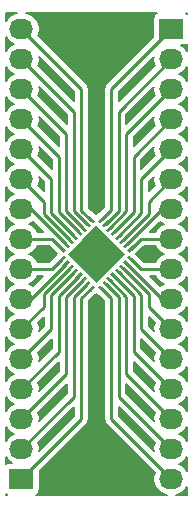
<source format=gbr>
G04 #@! TF.FileFunction,Copper,L2,Bot,Signal*
%FSLAX46Y46*%
G04 Gerber Fmt 4.6, Leading zero omitted, Abs format (unit mm)*
G04 Created by KiCad (PCBNEW 4.0.3-stable) date 08/19/16 15:45:01*
%MOMM*%
%LPD*%
G01*
G04 APERTURE LIST*
%ADD10C,0.100000*%
%ADD11R,2.032000X1.727200*%
%ADD12O,2.032000X1.727200*%
%ADD13C,0.250000*%
%ADD14C,0.200000*%
G04 APERTURE END LIST*
D10*
G36*
X142891282Y-106140369D02*
X142714505Y-105963592D01*
X143209480Y-105468617D01*
X143386257Y-105645394D01*
X142891282Y-106140369D01*
X142891282Y-106140369D01*
G37*
G36*
X142537728Y-105786816D02*
X142360951Y-105610039D01*
X142855926Y-105115064D01*
X143032703Y-105291841D01*
X142537728Y-105786816D01*
X142537728Y-105786816D01*
G37*
G36*
X142184175Y-105433262D02*
X142007398Y-105256485D01*
X142502373Y-104761510D01*
X142679150Y-104938287D01*
X142184175Y-105433262D01*
X142184175Y-105433262D01*
G37*
G36*
X141830621Y-105079709D02*
X141653844Y-104902932D01*
X142148819Y-104407957D01*
X142325596Y-104584734D01*
X141830621Y-105079709D01*
X141830621Y-105079709D01*
G37*
G36*
X141477068Y-104726156D02*
X141300291Y-104549379D01*
X141795266Y-104054404D01*
X141972043Y-104231181D01*
X141477068Y-104726156D01*
X141477068Y-104726156D01*
G37*
G36*
X141123515Y-104372602D02*
X140946738Y-104195825D01*
X141441713Y-103700850D01*
X141618490Y-103877627D01*
X141123515Y-104372602D01*
X141123515Y-104372602D01*
G37*
G36*
X140769961Y-104019049D02*
X140593184Y-103842272D01*
X141088159Y-103347297D01*
X141264936Y-103524074D01*
X140769961Y-104019049D01*
X140769961Y-104019049D01*
G37*
G36*
X140416408Y-103665495D02*
X140239631Y-103488718D01*
X140734606Y-102993743D01*
X140911383Y-103170520D01*
X140416408Y-103665495D01*
X140416408Y-103665495D01*
G37*
G36*
X140239631Y-102251282D02*
X140416408Y-102074505D01*
X140911383Y-102569480D01*
X140734606Y-102746257D01*
X140239631Y-102251282D01*
X140239631Y-102251282D01*
G37*
G36*
X140593184Y-101897728D02*
X140769961Y-101720951D01*
X141264936Y-102215926D01*
X141088159Y-102392703D01*
X140593184Y-101897728D01*
X140593184Y-101897728D01*
G37*
G36*
X140946738Y-101544175D02*
X141123515Y-101367398D01*
X141618490Y-101862373D01*
X141441713Y-102039150D01*
X140946738Y-101544175D01*
X140946738Y-101544175D01*
G37*
G36*
X141300291Y-101190621D02*
X141477068Y-101013844D01*
X141972043Y-101508819D01*
X141795266Y-101685596D01*
X141300291Y-101190621D01*
X141300291Y-101190621D01*
G37*
G36*
X141653844Y-100837068D02*
X141830621Y-100660291D01*
X142325596Y-101155266D01*
X142148819Y-101332043D01*
X141653844Y-100837068D01*
X141653844Y-100837068D01*
G37*
G36*
X142007398Y-100483515D02*
X142184175Y-100306738D01*
X142679150Y-100801713D01*
X142502373Y-100978490D01*
X142007398Y-100483515D01*
X142007398Y-100483515D01*
G37*
G36*
X142360951Y-100129961D02*
X142537728Y-99953184D01*
X143032703Y-100448159D01*
X142855926Y-100624936D01*
X142360951Y-100129961D01*
X142360951Y-100129961D01*
G37*
G36*
X142714505Y-99776408D02*
X142891282Y-99599631D01*
X143386257Y-100094606D01*
X143209480Y-100271383D01*
X142714505Y-99776408D01*
X142714505Y-99776408D01*
G37*
G36*
X143810520Y-100271383D02*
X143633743Y-100094606D01*
X144128718Y-99599631D01*
X144305495Y-99776408D01*
X143810520Y-100271383D01*
X143810520Y-100271383D01*
G37*
G36*
X144164074Y-100624936D02*
X143987297Y-100448159D01*
X144482272Y-99953184D01*
X144659049Y-100129961D01*
X144164074Y-100624936D01*
X144164074Y-100624936D01*
G37*
G36*
X144517627Y-100978490D02*
X144340850Y-100801713D01*
X144835825Y-100306738D01*
X145012602Y-100483515D01*
X144517627Y-100978490D01*
X144517627Y-100978490D01*
G37*
G36*
X144871181Y-101332043D02*
X144694404Y-101155266D01*
X145189379Y-100660291D01*
X145366156Y-100837068D01*
X144871181Y-101332043D01*
X144871181Y-101332043D01*
G37*
G36*
X145224734Y-101685596D02*
X145047957Y-101508819D01*
X145542932Y-101013844D01*
X145719709Y-101190621D01*
X145224734Y-101685596D01*
X145224734Y-101685596D01*
G37*
G36*
X145578287Y-102039150D02*
X145401510Y-101862373D01*
X145896485Y-101367398D01*
X146073262Y-101544175D01*
X145578287Y-102039150D01*
X145578287Y-102039150D01*
G37*
G36*
X145931841Y-102392703D02*
X145755064Y-102215926D01*
X146250039Y-101720951D01*
X146426816Y-101897728D01*
X145931841Y-102392703D01*
X145931841Y-102392703D01*
G37*
G36*
X146285394Y-102746257D02*
X146108617Y-102569480D01*
X146603592Y-102074505D01*
X146780369Y-102251282D01*
X146285394Y-102746257D01*
X146285394Y-102746257D01*
G37*
G36*
X146108617Y-103170520D02*
X146285394Y-102993743D01*
X146780369Y-103488718D01*
X146603592Y-103665495D01*
X146108617Y-103170520D01*
X146108617Y-103170520D01*
G37*
G36*
X145755064Y-103524074D02*
X145931841Y-103347297D01*
X146426816Y-103842272D01*
X146250039Y-104019049D01*
X145755064Y-103524074D01*
X145755064Y-103524074D01*
G37*
G36*
X145401510Y-103877627D02*
X145578287Y-103700850D01*
X146073262Y-104195825D01*
X145896485Y-104372602D01*
X145401510Y-103877627D01*
X145401510Y-103877627D01*
G37*
G36*
X145047957Y-104231181D02*
X145224734Y-104054404D01*
X145719709Y-104549379D01*
X145542932Y-104726156D01*
X145047957Y-104231181D01*
X145047957Y-104231181D01*
G37*
G36*
X144694404Y-104584734D02*
X144871181Y-104407957D01*
X145366156Y-104902932D01*
X145189379Y-105079709D01*
X144694404Y-104584734D01*
X144694404Y-104584734D01*
G37*
G36*
X144340850Y-104938287D02*
X144517627Y-104761510D01*
X145012602Y-105256485D01*
X144835825Y-105433262D01*
X144340850Y-104938287D01*
X144340850Y-104938287D01*
G37*
G36*
X143987297Y-105291841D02*
X144164074Y-105115064D01*
X144659049Y-105610039D01*
X144482272Y-105786816D01*
X143987297Y-105291841D01*
X143987297Y-105291841D01*
G37*
G36*
X143633743Y-105645394D02*
X143810520Y-105468617D01*
X144305495Y-105963592D01*
X144128718Y-106140369D01*
X143633743Y-105645394D01*
X143633743Y-105645394D01*
G37*
G36*
X143510000Y-102870000D02*
X142290241Y-101650241D01*
X143510000Y-100430482D01*
X144729759Y-101650241D01*
X143510000Y-102870000D01*
X143510000Y-102870000D01*
G37*
G36*
X144729759Y-104089759D02*
X143510000Y-102870000D01*
X144729759Y-101650241D01*
X145949518Y-102870000D01*
X144729759Y-104089759D01*
X144729759Y-104089759D01*
G37*
G36*
X142290241Y-104089759D02*
X141070482Y-102870000D01*
X142290241Y-101650241D01*
X143510000Y-102870000D01*
X142290241Y-104089759D01*
X142290241Y-104089759D01*
G37*
G36*
X143510000Y-105309518D02*
X142290241Y-104089759D01*
X143510000Y-102870000D01*
X144729759Y-104089759D01*
X143510000Y-105309518D01*
X143510000Y-105309518D01*
G37*
D11*
X149860000Y-83820000D03*
D12*
X149860000Y-86360000D03*
X149860000Y-88900000D03*
X149860000Y-91440000D03*
X149860000Y-93980000D03*
X149860000Y-96520000D03*
X149860000Y-99060000D03*
X149860000Y-101600000D03*
X149860000Y-104140000D03*
X149860000Y-106680000D03*
X149860000Y-109220000D03*
X149860000Y-111760000D03*
X149860000Y-114300000D03*
X149860000Y-116840000D03*
X149860000Y-119380000D03*
X149860000Y-121920000D03*
D11*
X137160000Y-121920000D03*
D12*
X137160000Y-119380000D03*
X137160000Y-116840000D03*
X137160000Y-114300000D03*
X137160000Y-111760000D03*
X137160000Y-109220000D03*
X137160000Y-106680000D03*
X137160000Y-104140000D03*
X137160000Y-101600000D03*
X137160000Y-99060000D03*
X137160000Y-96520000D03*
X137160000Y-93980000D03*
X137160000Y-91440000D03*
X137160000Y-88900000D03*
X137160000Y-86360000D03*
X137160000Y-83820000D03*
D13*
X143050381Y-105804493D02*
X142240000Y-106614874D01*
X142240000Y-116840000D02*
X137160000Y-121920000D01*
X142240000Y-106614874D02*
X142240000Y-116840000D01*
X142696827Y-105450940D02*
X141605000Y-106542767D01*
X141605000Y-114935000D02*
X137160000Y-119380000D01*
X141605000Y-106542767D02*
X141605000Y-114935000D01*
X142343274Y-105097386D02*
X140970000Y-106470660D01*
X140970000Y-113030000D02*
X137160000Y-116840000D01*
X140970000Y-106470660D02*
X140970000Y-113030000D01*
X141989720Y-104743833D02*
X140335000Y-106398553D01*
X140335000Y-111125000D02*
X137160000Y-114300000D01*
X140335000Y-106398553D02*
X140335000Y-111125000D01*
X141636167Y-104390280D02*
X139700000Y-106326447D01*
X139700000Y-109220000D02*
X137160000Y-111760000D01*
X139700000Y-106326447D02*
X139700000Y-109220000D01*
X137160000Y-109220000D02*
X139065000Y-107315000D01*
X139065000Y-106254340D02*
X141282614Y-104036726D01*
X139065000Y-107315000D02*
X139065000Y-106254340D01*
X140929060Y-103683173D02*
X137932233Y-106680000D01*
X137932233Y-106680000D02*
X137160000Y-106680000D01*
X137160000Y-104140000D02*
X139765126Y-104140000D01*
X139765126Y-104140000D02*
X140575507Y-103329619D01*
X140575507Y-102410381D02*
X139765126Y-101600000D01*
X139765126Y-101600000D02*
X137160000Y-101600000D01*
X140929060Y-102056827D02*
X137932233Y-99060000D01*
X137932233Y-99060000D02*
X137160000Y-99060000D01*
X141282614Y-101703274D02*
X139065000Y-99485660D01*
X139065000Y-98425000D02*
X137160000Y-96520000D01*
X139065000Y-99485660D02*
X139065000Y-98425000D01*
X137160000Y-93980000D02*
X139700000Y-96520000D01*
X139700000Y-99413553D02*
X141636167Y-101349720D01*
X139700000Y-96520000D02*
X139700000Y-99413553D01*
X137160000Y-91440000D02*
X140335000Y-94615000D01*
X140335000Y-99341447D02*
X141989720Y-100996167D01*
X140335000Y-94615000D02*
X140335000Y-99341447D01*
X137160000Y-88900000D02*
X140970000Y-92710000D01*
X140970000Y-99269340D02*
X142343274Y-100642614D01*
X140970000Y-92710000D02*
X140970000Y-99269340D01*
X137160000Y-86360000D02*
X141605000Y-90805000D01*
X141605000Y-99197233D02*
X142696827Y-100289060D01*
X141605000Y-90805000D02*
X141605000Y-99197233D01*
X137160000Y-83820000D02*
X142240000Y-88900000D01*
X142240000Y-99195835D02*
X143015026Y-99970861D01*
X142240000Y-88900000D02*
X142240000Y-99195835D01*
X143015026Y-99970861D02*
X143050381Y-99935507D01*
X143969619Y-99935507D02*
X144780000Y-99125126D01*
X144780000Y-88900000D02*
X149860000Y-83820000D01*
X144780000Y-99125126D02*
X144780000Y-88900000D01*
X144323173Y-100289060D02*
X145415000Y-99197233D01*
X145415000Y-90805000D02*
X149860000Y-86360000D01*
X145415000Y-99197233D02*
X145415000Y-90805000D01*
X144676726Y-100642614D02*
X146050000Y-99269340D01*
X146050000Y-92710000D02*
X149860000Y-88900000D01*
X146050000Y-99269340D02*
X146050000Y-92710000D01*
X145030280Y-100996167D02*
X146685000Y-99341447D01*
X146685000Y-94615000D02*
X149860000Y-91440000D01*
X146685000Y-99341447D02*
X146685000Y-94615000D01*
X145383833Y-101349720D02*
X147320000Y-99413553D01*
X147320000Y-96520000D02*
X149860000Y-93980000D01*
X147320000Y-99413553D02*
X147320000Y-96520000D01*
X145737386Y-101703274D02*
X147955000Y-99485660D01*
X147955000Y-98425000D02*
X149860000Y-96520000D01*
X147955000Y-99485660D02*
X147955000Y-98425000D01*
X146090940Y-102056827D02*
X149087767Y-99060000D01*
X149087767Y-99060000D02*
X149860000Y-99060000D01*
X146444493Y-102410381D02*
X147254874Y-101600000D01*
X147254874Y-101600000D02*
X149860000Y-101600000D01*
X146444493Y-103329619D02*
X147254874Y-104140000D01*
X147254874Y-104140000D02*
X149860000Y-104140000D01*
X146090940Y-103683173D02*
X149087767Y-106680000D01*
X149087767Y-106680000D02*
X149860000Y-106680000D01*
X145737386Y-104036726D02*
X147955000Y-106254340D01*
X147955000Y-107315000D02*
X149860000Y-109220000D01*
X147955000Y-106254340D02*
X147955000Y-107315000D01*
X145383833Y-104390280D02*
X147320000Y-106326447D01*
X147320000Y-109220000D02*
X149860000Y-111760000D01*
X147320000Y-106326447D02*
X147320000Y-109220000D01*
X145030280Y-104743833D02*
X146685000Y-106398553D01*
X146685000Y-111125000D02*
X149860000Y-114300000D01*
X146685000Y-106398553D02*
X146685000Y-111125000D01*
X144676726Y-105097386D02*
X146050000Y-106470660D01*
X146050000Y-113030000D02*
X149860000Y-116840000D01*
X146050000Y-106470660D02*
X146050000Y-113030000D01*
X144323173Y-105450940D02*
X145415000Y-106542767D01*
X145415000Y-114935000D02*
X149860000Y-119380000D01*
X145415000Y-106542767D02*
X145415000Y-114935000D01*
X143969619Y-105804493D02*
X144780000Y-106614874D01*
X144780000Y-116840000D02*
X149860000Y-121920000D01*
X144780000Y-106614874D02*
X144780000Y-116840000D01*
X144004974Y-105769139D02*
X143969619Y-105804493D01*
D14*
G36*
X151190000Y-123250000D02*
X150211018Y-123250000D01*
X150563927Y-123179802D01*
X151006311Y-122884211D01*
X151190000Y-122609300D01*
X151190000Y-123250000D01*
X151190000Y-123250000D01*
G37*
X151190000Y-123250000D02*
X150211018Y-123250000D01*
X150563927Y-123179802D01*
X151006311Y-122884211D01*
X151190000Y-122609300D01*
X151190000Y-123250000D01*
G36*
X143768238Y-106500849D02*
X143811976Y-106530734D01*
X144155000Y-106873758D01*
X144155000Y-116840000D01*
X144202575Y-117079177D01*
X144338058Y-117281942D01*
X148432594Y-121376478D01*
X148418098Y-121398173D01*
X148314300Y-121920000D01*
X148418098Y-122441827D01*
X148713689Y-122884211D01*
X149156073Y-123179802D01*
X149508982Y-123250000D01*
X138374546Y-123250000D01*
X138531465Y-123149025D01*
X138645630Y-122981939D01*
X138685795Y-122783600D01*
X138685795Y-121278089D01*
X142681942Y-117281942D01*
X142817425Y-117079177D01*
X142865000Y-116840000D01*
X142865000Y-106873758D01*
X143210632Y-106528126D01*
X143251762Y-106500849D01*
X143510000Y-106242611D01*
X143768238Y-106500849D01*
X143768238Y-106500849D01*
G37*
X143768238Y-106500849D02*
X143811976Y-106530734D01*
X144155000Y-106873758D01*
X144155000Y-116840000D01*
X144202575Y-117079177D01*
X144338058Y-117281942D01*
X148432594Y-121376478D01*
X148418098Y-121398173D01*
X148314300Y-121920000D01*
X148418098Y-122441827D01*
X148713689Y-122884211D01*
X149156073Y-123179802D01*
X149508982Y-123250000D01*
X138374546Y-123250000D01*
X138531465Y-123149025D01*
X138645630Y-122981939D01*
X138685795Y-122783600D01*
X138685795Y-121278089D01*
X142681942Y-117281942D01*
X142817425Y-117079177D01*
X142865000Y-116840000D01*
X142865000Y-106873758D01*
X143210632Y-106528126D01*
X143251762Y-106500849D01*
X143510000Y-106242611D01*
X143768238Y-106500849D01*
G36*
X135940934Y-123250000D02*
X135830000Y-123250000D01*
X135830000Y-123174202D01*
X135940934Y-123250000D01*
X135940934Y-123250000D01*
G37*
X135940934Y-123250000D02*
X135830000Y-123250000D01*
X135830000Y-123174202D01*
X135940934Y-123250000D01*
G36*
X151190000Y-121230700D02*
X151006311Y-120955789D01*
X150563927Y-120660198D01*
X150512658Y-120650000D01*
X150563927Y-120639802D01*
X151006311Y-120344211D01*
X151190000Y-120069300D01*
X151190000Y-121230700D01*
X151190000Y-121230700D01*
G37*
X151190000Y-121230700D02*
X151006311Y-120955789D01*
X150563927Y-120660198D01*
X150512658Y-120650000D01*
X150563927Y-120639802D01*
X151006311Y-120344211D01*
X151190000Y-120069300D01*
X151190000Y-121230700D01*
G36*
X136013689Y-120344211D02*
X136316594Y-120546605D01*
X136144000Y-120546605D01*
X135958711Y-120581469D01*
X135830000Y-120664293D01*
X135830000Y-120069300D01*
X136013689Y-120344211D01*
X136013689Y-120344211D01*
G37*
X136013689Y-120344211D02*
X136316594Y-120546605D01*
X136144000Y-120546605D01*
X135958711Y-120581469D01*
X135830000Y-120664293D01*
X135830000Y-120069300D01*
X136013689Y-120344211D01*
G36*
X141615000Y-116581116D02*
X138678283Y-119517833D01*
X138705700Y-119380000D01*
X138601902Y-118858173D01*
X138587406Y-118836478D01*
X141615000Y-115808884D01*
X141615000Y-116581116D01*
X141615000Y-116581116D01*
G37*
X141615000Y-116581116D02*
X138678283Y-119517833D01*
X138705700Y-119380000D01*
X138601902Y-118858173D01*
X138587406Y-118836478D01*
X141615000Y-115808884D01*
X141615000Y-116581116D01*
G36*
X148432594Y-118836478D02*
X148418098Y-118858173D01*
X148314300Y-119380000D01*
X148341717Y-119517833D01*
X145405000Y-116581116D01*
X145405000Y-115808884D01*
X148432594Y-118836478D01*
X148432594Y-118836478D01*
G37*
X148432594Y-118836478D02*
X148418098Y-118858173D01*
X148314300Y-119380000D01*
X148341717Y-119517833D01*
X145405000Y-116581116D01*
X145405000Y-115808884D01*
X148432594Y-118836478D01*
G36*
X136013689Y-117804211D02*
X136456073Y-118099802D01*
X136507342Y-118110000D01*
X136456073Y-118120198D01*
X136013689Y-118415789D01*
X135830000Y-118690700D01*
X135830000Y-117529300D01*
X136013689Y-117804211D01*
X136013689Y-117804211D01*
G37*
X136013689Y-117804211D02*
X136456073Y-118099802D01*
X136507342Y-118110000D01*
X136456073Y-118120198D01*
X136013689Y-118415789D01*
X135830000Y-118690700D01*
X135830000Y-117529300D01*
X136013689Y-117804211D01*
G36*
X151190000Y-118690700D02*
X151006311Y-118415789D01*
X150563927Y-118120198D01*
X150512658Y-118110000D01*
X150563927Y-118099802D01*
X151006311Y-117804211D01*
X151190000Y-117529300D01*
X151190000Y-118690700D01*
X151190000Y-118690700D01*
G37*
X151190000Y-118690700D02*
X151006311Y-118415789D01*
X150563927Y-118120198D01*
X150512658Y-118110000D01*
X150563927Y-118099802D01*
X151006311Y-117804211D01*
X151190000Y-117529300D01*
X151190000Y-118690700D01*
G36*
X140980000Y-114676116D02*
X138678283Y-116977833D01*
X138705700Y-116840000D01*
X138601902Y-116318173D01*
X138587406Y-116296478D01*
X140980000Y-113903884D01*
X140980000Y-114676116D01*
X140980000Y-114676116D01*
G37*
X140980000Y-114676116D02*
X138678283Y-116977833D01*
X138705700Y-116840000D01*
X138601902Y-116318173D01*
X138587406Y-116296478D01*
X140980000Y-113903884D01*
X140980000Y-114676116D01*
G36*
X148432594Y-116296478D02*
X148418098Y-116318173D01*
X148314300Y-116840000D01*
X148341717Y-116977833D01*
X146040000Y-114676116D01*
X146040000Y-113903884D01*
X148432594Y-116296478D01*
X148432594Y-116296478D01*
G37*
X148432594Y-116296478D02*
X148418098Y-116318173D01*
X148314300Y-116840000D01*
X148341717Y-116977833D01*
X146040000Y-114676116D01*
X146040000Y-113903884D01*
X148432594Y-116296478D01*
G36*
X136013689Y-115264211D02*
X136456073Y-115559802D01*
X136507342Y-115570000D01*
X136456073Y-115580198D01*
X136013689Y-115875789D01*
X135830000Y-116150700D01*
X135830000Y-114989300D01*
X136013689Y-115264211D01*
X136013689Y-115264211D01*
G37*
X136013689Y-115264211D02*
X136456073Y-115559802D01*
X136507342Y-115570000D01*
X136456073Y-115580198D01*
X136013689Y-115875789D01*
X135830000Y-116150700D01*
X135830000Y-114989300D01*
X136013689Y-115264211D01*
G36*
X151190000Y-116150700D02*
X151006311Y-115875789D01*
X150563927Y-115580198D01*
X150512658Y-115570000D01*
X150563927Y-115559802D01*
X151006311Y-115264211D01*
X151190000Y-114989300D01*
X151190000Y-116150700D01*
X151190000Y-116150700D01*
G37*
X151190000Y-116150700D02*
X151006311Y-115875789D01*
X150563927Y-115580198D01*
X150512658Y-115570000D01*
X150563927Y-115559802D01*
X151006311Y-115264211D01*
X151190000Y-114989300D01*
X151190000Y-116150700D01*
G36*
X140345000Y-112771116D02*
X138678283Y-114437833D01*
X138705700Y-114300000D01*
X138601902Y-113778173D01*
X138587406Y-113756478D01*
X140345000Y-111998884D01*
X140345000Y-112771116D01*
X140345000Y-112771116D01*
G37*
X140345000Y-112771116D02*
X138678283Y-114437833D01*
X138705700Y-114300000D01*
X138601902Y-113778173D01*
X138587406Y-113756478D01*
X140345000Y-111998884D01*
X140345000Y-112771116D01*
G36*
X148432594Y-113756478D02*
X148418098Y-113778173D01*
X148314300Y-114300000D01*
X148341717Y-114437833D01*
X146675000Y-112771116D01*
X146675000Y-111998884D01*
X148432594Y-113756478D01*
X148432594Y-113756478D01*
G37*
X148432594Y-113756478D02*
X148418098Y-113778173D01*
X148314300Y-114300000D01*
X148341717Y-114437833D01*
X146675000Y-112771116D01*
X146675000Y-111998884D01*
X148432594Y-113756478D01*
G36*
X136013689Y-112724211D02*
X136456073Y-113019802D01*
X136507342Y-113030000D01*
X136456073Y-113040198D01*
X136013689Y-113335789D01*
X135830000Y-113610700D01*
X135830000Y-112449300D01*
X136013689Y-112724211D01*
X136013689Y-112724211D01*
G37*
X136013689Y-112724211D02*
X136456073Y-113019802D01*
X136507342Y-113030000D01*
X136456073Y-113040198D01*
X136013689Y-113335789D01*
X135830000Y-113610700D01*
X135830000Y-112449300D01*
X136013689Y-112724211D01*
G36*
X151190000Y-113610700D02*
X151006311Y-113335789D01*
X150563927Y-113040198D01*
X150512658Y-113030000D01*
X150563927Y-113019802D01*
X151006311Y-112724211D01*
X151190000Y-112449300D01*
X151190000Y-113610700D01*
X151190000Y-113610700D01*
G37*
X151190000Y-113610700D02*
X151006311Y-113335789D01*
X150563927Y-113040198D01*
X150512658Y-113030000D01*
X150563927Y-113019802D01*
X151006311Y-112724211D01*
X151190000Y-112449300D01*
X151190000Y-113610700D01*
G36*
X139710000Y-110866116D02*
X138678283Y-111897833D01*
X138705700Y-111760000D01*
X138601902Y-111238173D01*
X138587406Y-111216478D01*
X139710000Y-110093883D01*
X139710000Y-110866116D01*
X139710000Y-110866116D01*
G37*
X139710000Y-110866116D02*
X138678283Y-111897833D01*
X138705700Y-111760000D01*
X138601902Y-111238173D01*
X138587406Y-111216478D01*
X139710000Y-110093883D01*
X139710000Y-110866116D01*
G36*
X148432594Y-111216478D02*
X148418098Y-111238173D01*
X148314300Y-111760000D01*
X148341717Y-111897833D01*
X147310000Y-110866116D01*
X147310000Y-110093884D01*
X148432594Y-111216478D01*
X148432594Y-111216478D01*
G37*
X148432594Y-111216478D02*
X148418098Y-111238173D01*
X148314300Y-111760000D01*
X148341717Y-111897833D01*
X147310000Y-110866116D01*
X147310000Y-110093884D01*
X148432594Y-111216478D01*
G36*
X136013689Y-110184211D02*
X136456073Y-110479802D01*
X136507342Y-110490000D01*
X136456073Y-110500198D01*
X136013689Y-110795789D01*
X135830000Y-111070700D01*
X135830000Y-109909300D01*
X136013689Y-110184211D01*
X136013689Y-110184211D01*
G37*
X136013689Y-110184211D02*
X136456073Y-110479802D01*
X136507342Y-110490000D01*
X136456073Y-110500198D01*
X136013689Y-110795789D01*
X135830000Y-111070700D01*
X135830000Y-109909300D01*
X136013689Y-110184211D01*
G36*
X151190000Y-111070700D02*
X151006311Y-110795789D01*
X150563927Y-110500198D01*
X150512658Y-110490000D01*
X150563927Y-110479802D01*
X151006311Y-110184211D01*
X151190000Y-109909300D01*
X151190000Y-111070700D01*
X151190000Y-111070700D01*
G37*
X151190000Y-111070700D02*
X151006311Y-110795789D01*
X150563927Y-110500198D01*
X150512658Y-110490000D01*
X150563927Y-110479802D01*
X151006311Y-110184211D01*
X151190000Y-109909300D01*
X151190000Y-111070700D01*
G36*
X139075000Y-108961117D02*
X138678283Y-109357834D01*
X138705700Y-109220000D01*
X138601902Y-108698173D01*
X138587406Y-108676478D01*
X139075000Y-108188884D01*
X139075000Y-108961117D01*
X139075000Y-108961117D01*
G37*
X139075000Y-108961117D02*
X138678283Y-109357834D01*
X138705700Y-109220000D01*
X138601902Y-108698173D01*
X138587406Y-108676478D01*
X139075000Y-108188884D01*
X139075000Y-108961117D01*
G36*
X148432594Y-108676478D02*
X148418098Y-108698173D01*
X148314300Y-109220000D01*
X148341717Y-109357833D01*
X147945000Y-108961116D01*
X147945000Y-108188884D01*
X148432594Y-108676478D01*
X148432594Y-108676478D01*
G37*
X148432594Y-108676478D02*
X148418098Y-108698173D01*
X148314300Y-109220000D01*
X148341717Y-109357833D01*
X147945000Y-108961116D01*
X147945000Y-108188884D01*
X148432594Y-108676478D01*
G36*
X136013689Y-107644211D02*
X136456073Y-107939802D01*
X136507342Y-107950000D01*
X136456073Y-107960198D01*
X136013689Y-108255789D01*
X135830000Y-108530700D01*
X135830000Y-107369300D01*
X136013689Y-107644211D01*
X136013689Y-107644211D01*
G37*
X136013689Y-107644211D02*
X136456073Y-107939802D01*
X136507342Y-107950000D01*
X136456073Y-107960198D01*
X136013689Y-108255789D01*
X135830000Y-108530700D01*
X135830000Y-107369300D01*
X136013689Y-107644211D01*
G36*
X151190000Y-108530700D02*
X151006311Y-108255789D01*
X150563927Y-107960198D01*
X150512658Y-107950000D01*
X150563927Y-107939802D01*
X151006311Y-107644211D01*
X151190000Y-107369300D01*
X151190000Y-108530700D01*
X151190000Y-108530700D01*
G37*
X151190000Y-108530700D02*
X151006311Y-108255789D01*
X150563927Y-107960198D01*
X150512658Y-107950000D01*
X150563927Y-107939802D01*
X151006311Y-107644211D01*
X151190000Y-107369300D01*
X151190000Y-108530700D01*
G36*
X136013689Y-105104211D02*
X136456073Y-105399802D01*
X136507342Y-105410000D01*
X136456073Y-105420198D01*
X136013689Y-105715789D01*
X135830000Y-105990700D01*
X135830000Y-104829300D01*
X136013689Y-105104211D01*
X136013689Y-105104211D01*
G37*
X136013689Y-105104211D02*
X136456073Y-105399802D01*
X136507342Y-105410000D01*
X136456073Y-105420198D01*
X136013689Y-105715789D01*
X135830000Y-105990700D01*
X135830000Y-104829300D01*
X136013689Y-105104211D01*
G36*
X151190000Y-105990700D02*
X151006311Y-105715789D01*
X150563927Y-105420198D01*
X150512658Y-105410000D01*
X150563927Y-105399802D01*
X151006311Y-105104211D01*
X151190000Y-104829300D01*
X151190000Y-105990700D01*
X151190000Y-105990700D01*
G37*
X151190000Y-105990700D02*
X151006311Y-105715789D01*
X150563927Y-105420198D01*
X150512658Y-105410000D01*
X150563927Y-105399802D01*
X151006311Y-105104211D01*
X151190000Y-104829300D01*
X151190000Y-105990700D01*
G36*
X138130220Y-105598129D02*
X137863927Y-105420198D01*
X137812658Y-105410000D01*
X137863927Y-105399802D01*
X138306311Y-105104211D01*
X138532964Y-104765000D01*
X138963349Y-104765000D01*
X138130220Y-105598129D01*
X138130220Y-105598129D01*
G37*
X138130220Y-105598129D02*
X137863927Y-105420198D01*
X137812658Y-105410000D01*
X137863927Y-105399802D01*
X138306311Y-105104211D01*
X138532964Y-104765000D01*
X138963349Y-104765000D01*
X138130220Y-105598129D01*
G36*
X148713689Y-105104211D02*
X149156073Y-105399802D01*
X149207342Y-105410000D01*
X149156073Y-105420198D01*
X148889780Y-105598129D01*
X148056650Y-104765000D01*
X148487036Y-104765000D01*
X148713689Y-105104211D01*
X148713689Y-105104211D01*
G37*
X148713689Y-105104211D02*
X149156073Y-105399802D01*
X149207342Y-105410000D01*
X149156073Y-105420198D01*
X148889780Y-105598129D01*
X148056650Y-104765000D01*
X148487036Y-104765000D01*
X148713689Y-105104211D01*
G36*
X139851874Y-102570632D02*
X139879151Y-102611762D01*
X140137389Y-102870000D01*
X139879151Y-103128238D01*
X139849266Y-103171976D01*
X139506242Y-103515000D01*
X138532964Y-103515000D01*
X138306311Y-103175789D01*
X137863927Y-102880198D01*
X137812658Y-102870000D01*
X137863927Y-102859802D01*
X138306311Y-102564211D01*
X138532964Y-102225000D01*
X139506242Y-102225000D01*
X139851874Y-102570632D01*
X139851874Y-102570632D01*
G37*
X139851874Y-102570632D02*
X139879151Y-102611762D01*
X140137389Y-102870000D01*
X139879151Y-103128238D01*
X139849266Y-103171976D01*
X139506242Y-103515000D01*
X138532964Y-103515000D01*
X138306311Y-103175789D01*
X137863927Y-102880198D01*
X137812658Y-102870000D01*
X137863927Y-102859802D01*
X138306311Y-102564211D01*
X138532964Y-102225000D01*
X139506242Y-102225000D01*
X139851874Y-102570632D01*
G36*
X148713689Y-102564211D02*
X149156073Y-102859802D01*
X149207342Y-102870000D01*
X149156073Y-102880198D01*
X148713689Y-103175789D01*
X148487036Y-103515000D01*
X147513758Y-103515000D01*
X147168126Y-103169368D01*
X147140849Y-103128238D01*
X146882611Y-102870000D01*
X147140849Y-102611762D01*
X147170734Y-102568024D01*
X147513758Y-102225000D01*
X148487036Y-102225000D01*
X148713689Y-102564211D01*
X148713689Y-102564211D01*
G37*
X148713689Y-102564211D02*
X149156073Y-102859802D01*
X149207342Y-102870000D01*
X149156073Y-102880198D01*
X148713689Y-103175789D01*
X148487036Y-103515000D01*
X147513758Y-103515000D01*
X147168126Y-103169368D01*
X147140849Y-103128238D01*
X146882611Y-102870000D01*
X147140849Y-102611762D01*
X147170734Y-102568024D01*
X147513758Y-102225000D01*
X148487036Y-102225000D01*
X148713689Y-102564211D01*
G36*
X136013689Y-102564211D02*
X136456073Y-102859802D01*
X136507342Y-102870000D01*
X136456073Y-102880198D01*
X136013689Y-103175789D01*
X135830000Y-103450700D01*
X135830000Y-102289300D01*
X136013689Y-102564211D01*
X136013689Y-102564211D01*
G37*
X136013689Y-102564211D02*
X136456073Y-102859802D01*
X136507342Y-102870000D01*
X136456073Y-102880198D01*
X136013689Y-103175789D01*
X135830000Y-103450700D01*
X135830000Y-102289300D01*
X136013689Y-102564211D01*
G36*
X151190000Y-103450700D02*
X151006311Y-103175789D01*
X150563927Y-102880198D01*
X150512658Y-102870000D01*
X150563927Y-102859802D01*
X151006311Y-102564211D01*
X151190000Y-102289300D01*
X151190000Y-103450700D01*
X151190000Y-103450700D01*
G37*
X151190000Y-103450700D02*
X151006311Y-103175789D01*
X150563927Y-102880198D01*
X150512658Y-102870000D01*
X150563927Y-102859802D01*
X151006311Y-102564211D01*
X151190000Y-102289300D01*
X151190000Y-103450700D01*
G36*
X149156073Y-100319802D02*
X149207342Y-100330000D01*
X149156073Y-100340198D01*
X148713689Y-100635789D01*
X148487036Y-100975000D01*
X148056650Y-100975000D01*
X148889780Y-100141871D01*
X149156073Y-100319802D01*
X149156073Y-100319802D01*
G37*
X149156073Y-100319802D02*
X149207342Y-100330000D01*
X149156073Y-100340198D01*
X148713689Y-100635789D01*
X148487036Y-100975000D01*
X148056650Y-100975000D01*
X148889780Y-100141871D01*
X149156073Y-100319802D01*
G36*
X138963349Y-100975000D02*
X138532964Y-100975000D01*
X138306311Y-100635789D01*
X137863927Y-100340198D01*
X137812658Y-100330000D01*
X137863927Y-100319802D01*
X138130220Y-100141871D01*
X138963349Y-100975000D01*
X138963349Y-100975000D01*
G37*
X138963349Y-100975000D02*
X138532964Y-100975000D01*
X138306311Y-100635789D01*
X137863927Y-100340198D01*
X137812658Y-100330000D01*
X137863927Y-100319802D01*
X138130220Y-100141871D01*
X138963349Y-100975000D01*
G36*
X136013689Y-100024211D02*
X136456073Y-100319802D01*
X136507342Y-100330000D01*
X136456073Y-100340198D01*
X136013689Y-100635789D01*
X135830000Y-100910700D01*
X135830000Y-99749300D01*
X136013689Y-100024211D01*
X136013689Y-100024211D01*
G37*
X136013689Y-100024211D02*
X136456073Y-100319802D01*
X136507342Y-100330000D01*
X136456073Y-100340198D01*
X136013689Y-100635789D01*
X135830000Y-100910700D01*
X135830000Y-99749300D01*
X136013689Y-100024211D01*
G36*
X151190000Y-100910700D02*
X151006311Y-100635789D01*
X150563927Y-100340198D01*
X150512658Y-100330000D01*
X150563927Y-100319802D01*
X151006311Y-100024211D01*
X151190000Y-99749300D01*
X151190000Y-100910700D01*
X151190000Y-100910700D01*
G37*
X151190000Y-100910700D02*
X151006311Y-100635789D01*
X150563927Y-100340198D01*
X150512658Y-100330000D01*
X150563927Y-100319802D01*
X151006311Y-100024211D01*
X151190000Y-99749300D01*
X151190000Y-100910700D01*
G36*
X148488535Y-82590975D02*
X148374370Y-82758061D01*
X148334205Y-82956400D01*
X148334205Y-84461911D01*
X144338058Y-88458058D01*
X144202575Y-88660823D01*
X144155000Y-88900000D01*
X144155000Y-98866242D01*
X143809368Y-99211874D01*
X143768238Y-99239151D01*
X143510000Y-99497389D01*
X143251762Y-99239151D01*
X143096090Y-99132785D01*
X143051068Y-99123019D01*
X142865000Y-98936951D01*
X142865000Y-88900000D01*
X142817425Y-88660823D01*
X142681942Y-88458058D01*
X138587406Y-84363522D01*
X138601902Y-84341827D01*
X138705700Y-83820000D01*
X138601902Y-83298173D01*
X138306311Y-82855789D01*
X137863927Y-82560198D01*
X137511018Y-82490000D01*
X148645454Y-82490000D01*
X148488535Y-82590975D01*
X148488535Y-82590975D01*
G37*
X148488535Y-82590975D02*
X148374370Y-82758061D01*
X148334205Y-82956400D01*
X148334205Y-84461911D01*
X144338058Y-88458058D01*
X144202575Y-88660823D01*
X144155000Y-88900000D01*
X144155000Y-98866242D01*
X143809368Y-99211874D01*
X143768238Y-99239151D01*
X143510000Y-99497389D01*
X143251762Y-99239151D01*
X143096090Y-99132785D01*
X143051068Y-99123019D01*
X142865000Y-98936951D01*
X142865000Y-88900000D01*
X142817425Y-88660823D01*
X142681942Y-88458058D01*
X138587406Y-84363522D01*
X138601902Y-84341827D01*
X138705700Y-83820000D01*
X138601902Y-83298173D01*
X138306311Y-82855789D01*
X137863927Y-82560198D01*
X137511018Y-82490000D01*
X148645454Y-82490000D01*
X148488535Y-82590975D01*
G36*
X136013689Y-97484211D02*
X136456073Y-97779802D01*
X136507342Y-97790000D01*
X136456073Y-97800198D01*
X136013689Y-98095789D01*
X135830000Y-98370700D01*
X135830000Y-97209300D01*
X136013689Y-97484211D01*
X136013689Y-97484211D01*
G37*
X136013689Y-97484211D02*
X136456073Y-97779802D01*
X136507342Y-97790000D01*
X136456073Y-97800198D01*
X136013689Y-98095789D01*
X135830000Y-98370700D01*
X135830000Y-97209300D01*
X136013689Y-97484211D01*
G36*
X151190000Y-98370700D02*
X151006311Y-98095789D01*
X150563927Y-97800198D01*
X150512658Y-97790000D01*
X150563927Y-97779802D01*
X151006311Y-97484211D01*
X151190000Y-97209300D01*
X151190000Y-98370700D01*
X151190000Y-98370700D01*
G37*
X151190000Y-98370700D02*
X151006311Y-98095789D01*
X150563927Y-97800198D01*
X150512658Y-97790000D01*
X150563927Y-97779802D01*
X151006311Y-97484211D01*
X151190000Y-97209300D01*
X151190000Y-98370700D01*
G36*
X139075000Y-96778883D02*
X139075000Y-97551116D01*
X138587406Y-97063522D01*
X138601902Y-97041827D01*
X138705700Y-96520000D01*
X138678283Y-96382166D01*
X139075000Y-96778883D01*
X139075000Y-96778883D01*
G37*
X139075000Y-96778883D02*
X139075000Y-97551116D01*
X138587406Y-97063522D01*
X138601902Y-97041827D01*
X138705700Y-96520000D01*
X138678283Y-96382166D01*
X139075000Y-96778883D01*
G36*
X148314300Y-96520000D02*
X148418098Y-97041827D01*
X148432594Y-97063522D01*
X147945000Y-97551116D01*
X147945000Y-96778884D01*
X148341717Y-96382167D01*
X148314300Y-96520000D01*
X148314300Y-96520000D01*
G37*
X148314300Y-96520000D02*
X148418098Y-97041827D01*
X148432594Y-97063522D01*
X147945000Y-97551116D01*
X147945000Y-96778884D01*
X148341717Y-96382167D01*
X148314300Y-96520000D01*
G36*
X136013689Y-94944211D02*
X136456073Y-95239802D01*
X136507342Y-95250000D01*
X136456073Y-95260198D01*
X136013689Y-95555789D01*
X135830000Y-95830700D01*
X135830000Y-94669300D01*
X136013689Y-94944211D01*
X136013689Y-94944211D01*
G37*
X136013689Y-94944211D02*
X136456073Y-95239802D01*
X136507342Y-95250000D01*
X136456073Y-95260198D01*
X136013689Y-95555789D01*
X135830000Y-95830700D01*
X135830000Y-94669300D01*
X136013689Y-94944211D01*
G36*
X151190000Y-95830700D02*
X151006311Y-95555789D01*
X150563927Y-95260198D01*
X150512658Y-95250000D01*
X150563927Y-95239802D01*
X151006311Y-94944211D01*
X151190000Y-94669300D01*
X151190000Y-95830700D01*
X151190000Y-95830700D01*
G37*
X151190000Y-95830700D02*
X151006311Y-95555789D01*
X150563927Y-95260198D01*
X150512658Y-95250000D01*
X150563927Y-95239802D01*
X151006311Y-94944211D01*
X151190000Y-94669300D01*
X151190000Y-95830700D01*
G36*
X139710000Y-94873884D02*
X139710000Y-95646117D01*
X138587406Y-94523522D01*
X138601902Y-94501827D01*
X138705700Y-93980000D01*
X138678283Y-93842167D01*
X139710000Y-94873884D01*
X139710000Y-94873884D01*
G37*
X139710000Y-94873884D02*
X139710000Y-95646117D01*
X138587406Y-94523522D01*
X138601902Y-94501827D01*
X138705700Y-93980000D01*
X138678283Y-93842167D01*
X139710000Y-94873884D01*
G36*
X148314300Y-93980000D02*
X148418098Y-94501827D01*
X148432594Y-94523522D01*
X147310000Y-95646116D01*
X147310000Y-94873884D01*
X148341717Y-93842167D01*
X148314300Y-93980000D01*
X148314300Y-93980000D01*
G37*
X148314300Y-93980000D02*
X148418098Y-94501827D01*
X148432594Y-94523522D01*
X147310000Y-95646116D01*
X147310000Y-94873884D01*
X148341717Y-93842167D01*
X148314300Y-93980000D01*
G36*
X148314300Y-91440000D02*
X148418098Y-91961827D01*
X148432594Y-91983522D01*
X146675000Y-93741116D01*
X146675000Y-92968884D01*
X148341717Y-91302167D01*
X148314300Y-91440000D01*
X148314300Y-91440000D01*
G37*
X148314300Y-91440000D02*
X148418098Y-91961827D01*
X148432594Y-91983522D01*
X146675000Y-93741116D01*
X146675000Y-92968884D01*
X148341717Y-91302167D01*
X148314300Y-91440000D01*
G36*
X140345000Y-92968884D02*
X140345000Y-93741116D01*
X138587406Y-91983522D01*
X138601902Y-91961827D01*
X138705700Y-91440000D01*
X138678283Y-91302167D01*
X140345000Y-92968884D01*
X140345000Y-92968884D01*
G37*
X140345000Y-92968884D02*
X140345000Y-93741116D01*
X138587406Y-91983522D01*
X138601902Y-91961827D01*
X138705700Y-91440000D01*
X138678283Y-91302167D01*
X140345000Y-92968884D01*
G36*
X136013689Y-92404211D02*
X136456073Y-92699802D01*
X136507342Y-92710000D01*
X136456073Y-92720198D01*
X136013689Y-93015789D01*
X135830000Y-93290700D01*
X135830000Y-92129300D01*
X136013689Y-92404211D01*
X136013689Y-92404211D01*
G37*
X136013689Y-92404211D02*
X136456073Y-92699802D01*
X136507342Y-92710000D01*
X136456073Y-92720198D01*
X136013689Y-93015789D01*
X135830000Y-93290700D01*
X135830000Y-92129300D01*
X136013689Y-92404211D01*
G36*
X151190000Y-93290700D02*
X151006311Y-93015789D01*
X150563927Y-92720198D01*
X150512658Y-92710000D01*
X150563927Y-92699802D01*
X151006311Y-92404211D01*
X151190000Y-92129300D01*
X151190000Y-93290700D01*
X151190000Y-93290700D01*
G37*
X151190000Y-93290700D02*
X151006311Y-93015789D01*
X150563927Y-92720198D01*
X150512658Y-92710000D01*
X150563927Y-92699802D01*
X151006311Y-92404211D01*
X151190000Y-92129300D01*
X151190000Y-93290700D01*
G36*
X140980000Y-91063884D02*
X140980000Y-91836116D01*
X138587406Y-89443522D01*
X138601902Y-89421827D01*
X138705700Y-88900000D01*
X138678283Y-88762167D01*
X140980000Y-91063884D01*
X140980000Y-91063884D01*
G37*
X140980000Y-91063884D02*
X140980000Y-91836116D01*
X138587406Y-89443522D01*
X138601902Y-89421827D01*
X138705700Y-88900000D01*
X138678283Y-88762167D01*
X140980000Y-91063884D01*
G36*
X148314300Y-88900000D02*
X148418098Y-89421827D01*
X148432594Y-89443522D01*
X146040000Y-91836116D01*
X146040000Y-91063884D01*
X148341717Y-88762167D01*
X148314300Y-88900000D01*
X148314300Y-88900000D01*
G37*
X148314300Y-88900000D02*
X148418098Y-89421827D01*
X148432594Y-89443522D01*
X146040000Y-91836116D01*
X146040000Y-91063884D01*
X148341717Y-88762167D01*
X148314300Y-88900000D01*
G36*
X136013689Y-89864211D02*
X136456073Y-90159802D01*
X136507342Y-90170000D01*
X136456073Y-90180198D01*
X136013689Y-90475789D01*
X135830000Y-90750700D01*
X135830000Y-89589300D01*
X136013689Y-89864211D01*
X136013689Y-89864211D01*
G37*
X136013689Y-89864211D02*
X136456073Y-90159802D01*
X136507342Y-90170000D01*
X136456073Y-90180198D01*
X136013689Y-90475789D01*
X135830000Y-90750700D01*
X135830000Y-89589300D01*
X136013689Y-89864211D01*
G36*
X151190000Y-90750700D02*
X151006311Y-90475789D01*
X150563927Y-90180198D01*
X150512658Y-90170000D01*
X150563927Y-90159802D01*
X151006311Y-89864211D01*
X151190000Y-89589300D01*
X151190000Y-90750700D01*
X151190000Y-90750700D01*
G37*
X151190000Y-90750700D02*
X151006311Y-90475789D01*
X150563927Y-90180198D01*
X150512658Y-90170000D01*
X150563927Y-90159802D01*
X151006311Y-89864211D01*
X151190000Y-89589300D01*
X151190000Y-90750700D01*
G36*
X141615000Y-89158884D02*
X141615000Y-89931116D01*
X138587406Y-86903522D01*
X138601902Y-86881827D01*
X138705700Y-86360000D01*
X138678283Y-86222167D01*
X141615000Y-89158884D01*
X141615000Y-89158884D01*
G37*
X141615000Y-89158884D02*
X141615000Y-89931116D01*
X138587406Y-86903522D01*
X138601902Y-86881827D01*
X138705700Y-86360000D01*
X138678283Y-86222167D01*
X141615000Y-89158884D01*
G36*
X148314300Y-86360000D02*
X148418098Y-86881827D01*
X148432594Y-86903522D01*
X145405000Y-89931116D01*
X145405000Y-89158884D01*
X148341717Y-86222167D01*
X148314300Y-86360000D01*
X148314300Y-86360000D01*
G37*
X148314300Y-86360000D02*
X148418098Y-86881827D01*
X148432594Y-86903522D01*
X145405000Y-89931116D01*
X145405000Y-89158884D01*
X148341717Y-86222167D01*
X148314300Y-86360000D01*
G36*
X136013689Y-87324211D02*
X136456073Y-87619802D01*
X136507342Y-87630000D01*
X136456073Y-87640198D01*
X136013689Y-87935789D01*
X135830000Y-88210700D01*
X135830000Y-87049300D01*
X136013689Y-87324211D01*
X136013689Y-87324211D01*
G37*
X136013689Y-87324211D02*
X136456073Y-87619802D01*
X136507342Y-87630000D01*
X136456073Y-87640198D01*
X136013689Y-87935789D01*
X135830000Y-88210700D01*
X135830000Y-87049300D01*
X136013689Y-87324211D01*
G36*
X151190000Y-88210700D02*
X151006311Y-87935789D01*
X150563927Y-87640198D01*
X150512658Y-87630000D01*
X150563927Y-87619802D01*
X151006311Y-87324211D01*
X151190000Y-87049300D01*
X151190000Y-88210700D01*
X151190000Y-88210700D01*
G37*
X151190000Y-88210700D02*
X151006311Y-87935789D01*
X150563927Y-87640198D01*
X150512658Y-87630000D01*
X150563927Y-87619802D01*
X151006311Y-87324211D01*
X151190000Y-87049300D01*
X151190000Y-88210700D01*
G36*
X136013689Y-84784211D02*
X136456073Y-85079802D01*
X136507342Y-85090000D01*
X136456073Y-85100198D01*
X136013689Y-85395789D01*
X135830000Y-85670700D01*
X135830000Y-84509300D01*
X136013689Y-84784211D01*
X136013689Y-84784211D01*
G37*
X136013689Y-84784211D02*
X136456073Y-85079802D01*
X136507342Y-85090000D01*
X136456073Y-85100198D01*
X136013689Y-85395789D01*
X135830000Y-85670700D01*
X135830000Y-84509300D01*
X136013689Y-84784211D01*
G36*
X151190000Y-85670700D02*
X151006311Y-85395789D01*
X150703406Y-85193395D01*
X150876000Y-85193395D01*
X151061289Y-85158531D01*
X151190000Y-85075707D01*
X151190000Y-85670700D01*
X151190000Y-85670700D01*
G37*
X151190000Y-85670700D02*
X151006311Y-85395789D01*
X150703406Y-85193395D01*
X150876000Y-85193395D01*
X151061289Y-85158531D01*
X151190000Y-85075707D01*
X151190000Y-85670700D01*
G36*
X136456073Y-82560198D02*
X136013689Y-82855789D01*
X135830000Y-83130700D01*
X135830000Y-82490000D01*
X136808982Y-82490000D01*
X136456073Y-82560198D01*
X136456073Y-82560198D01*
G37*
X136456073Y-82560198D02*
X136013689Y-82855789D01*
X135830000Y-83130700D01*
X135830000Y-82490000D01*
X136808982Y-82490000D01*
X136456073Y-82560198D01*
G36*
X151190000Y-82565798D02*
X151079066Y-82490000D01*
X151190000Y-82490000D01*
X151190000Y-82565798D01*
X151190000Y-82565798D01*
G37*
X151190000Y-82565798D02*
X151079066Y-82490000D01*
X151190000Y-82490000D01*
X151190000Y-82565798D01*
M02*

</source>
